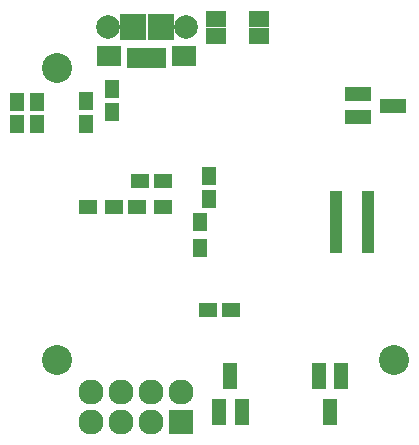
<source format=gbs>
G04 #@! TF.FileFunction,Soldermask,Bot*
%FSLAX46Y46*%
G04 Gerber Fmt 4.6, Leading zero omitted, Abs format (unit mm)*
G04 Created by KiCad (PCBNEW (2015-11-03 BZR 6296)-product) date Sunday, November 08, 2015 'AMt' 09:49:25 AM*
%MOMM*%
G01*
G04 APERTURE LIST*
%ADD10C,0.100000*%
%ADD11R,2.000000X1.800000*%
%ADD12R,0.800000X1.750000*%
%ADD13R,2.300000X2.300000*%
%ADD14C,2.000000*%
%ADD15R,1.060000X0.630000*%
%ADD16R,1.060000X0.750000*%
%ADD17R,1.150000X1.600000*%
%ADD18R,1.600000X1.150000*%
%ADD19R,2.127200X2.127200*%
%ADD20O,2.127200X2.127200*%
%ADD21R,1.300000X1.600000*%
%ADD22R,1.600000X1.300000*%
%ADD23R,2.200860X1.200100*%
%ADD24R,1.200100X2.200860*%
%ADD25R,1.800000X1.450000*%
%ADD26C,2.540000*%
G04 APERTURE END LIST*
D10*
D11*
X139100000Y-93900000D03*
X145500000Y-93900000D03*
D12*
X141000000Y-94125000D03*
X141650000Y-94125000D03*
X142300000Y-94125000D03*
X142950000Y-94125000D03*
X143600000Y-94125000D03*
D13*
X141100000Y-91450000D03*
X143500000Y-91450000D03*
D14*
X139000000Y-91450000D03*
X145600000Y-91450000D03*
D15*
X161005000Y-106200000D03*
X158295000Y-106200000D03*
X161005000Y-109800000D03*
X158295000Y-109800000D03*
D16*
X161005000Y-105725000D03*
X158295000Y-105725000D03*
X161005000Y-110275000D03*
X158295000Y-110275000D03*
D15*
X158295000Y-109400000D03*
X161005000Y-109400000D03*
X158295000Y-109000000D03*
X161005000Y-109000000D03*
X158295000Y-108600000D03*
X161005000Y-108600000D03*
X158295000Y-108200000D03*
X161005000Y-108200000D03*
X158295000Y-107800000D03*
X161005000Y-107800000D03*
X158295000Y-107400000D03*
X161005000Y-107400000D03*
X158295000Y-107000000D03*
X161005000Y-107000000D03*
X158295000Y-106600000D03*
X161005000Y-106600000D03*
D17*
X131300000Y-99700000D03*
X131300000Y-97800000D03*
X133000000Y-99700000D03*
X133000000Y-97800000D03*
X137200000Y-97750000D03*
X137200000Y-99650000D03*
X147600000Y-106000000D03*
X147600000Y-104100000D03*
D18*
X149400000Y-115400000D03*
X147500000Y-115400000D03*
D19*
X145200000Y-124900000D03*
D20*
X145200000Y-122360000D03*
X142660000Y-124900000D03*
X142660000Y-122360000D03*
X140120000Y-124900000D03*
X140120000Y-122360000D03*
X137580000Y-124900000D03*
X137580000Y-122360000D03*
D21*
X146800000Y-110150000D03*
X146800000Y-107950000D03*
D22*
X143700000Y-106700000D03*
X141500000Y-106700000D03*
X139550000Y-106700000D03*
X137350000Y-106700000D03*
D18*
X141750000Y-104520000D03*
X143650000Y-104520000D03*
D23*
X160178860Y-99070000D03*
X160178860Y-97170000D03*
X163181140Y-98120000D03*
D24*
X150330000Y-124060000D03*
X148430000Y-124060000D03*
X149380000Y-121057720D03*
X156880000Y-121040000D03*
X158780000Y-121040000D03*
X157830000Y-124042280D03*
D25*
X151790000Y-92260000D03*
X148190000Y-92260000D03*
X151790000Y-90810000D03*
X148190000Y-90810000D03*
D26*
X134700000Y-119700000D03*
X163250000Y-119700000D03*
X134700000Y-94950000D03*
D17*
X139350000Y-96750000D03*
X139350000Y-98650000D03*
M02*

</source>
